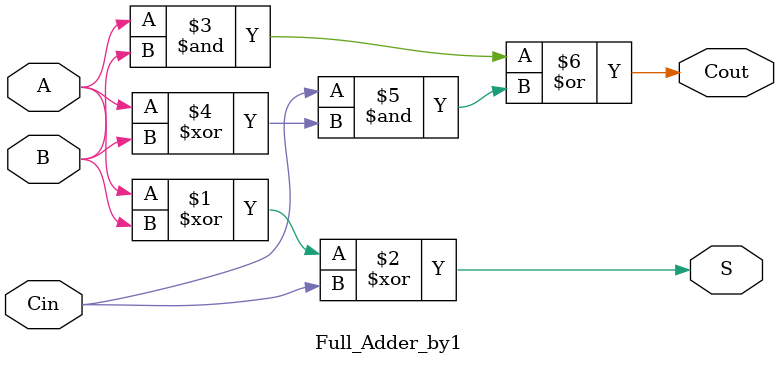
<source format=v>
module Full_Adder_by1(A,B,Cin,S,Cout);
  input wire A,B,Cin;
  output wire Cout,S;
  
  assign S=(A^B)^Cin;
  assign Cout=(A&B)|(Cin&(A^B));
endmodule

</source>
